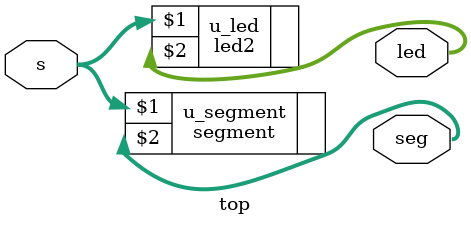
<source format=sv>
module top(input logic [3:0] s,
		   output logic [6:0] seg,
		   output logic [2:0] led);
		   
led2 u_led(s, led);
segment u_segment(s, seg);
endmodule


		
</source>
